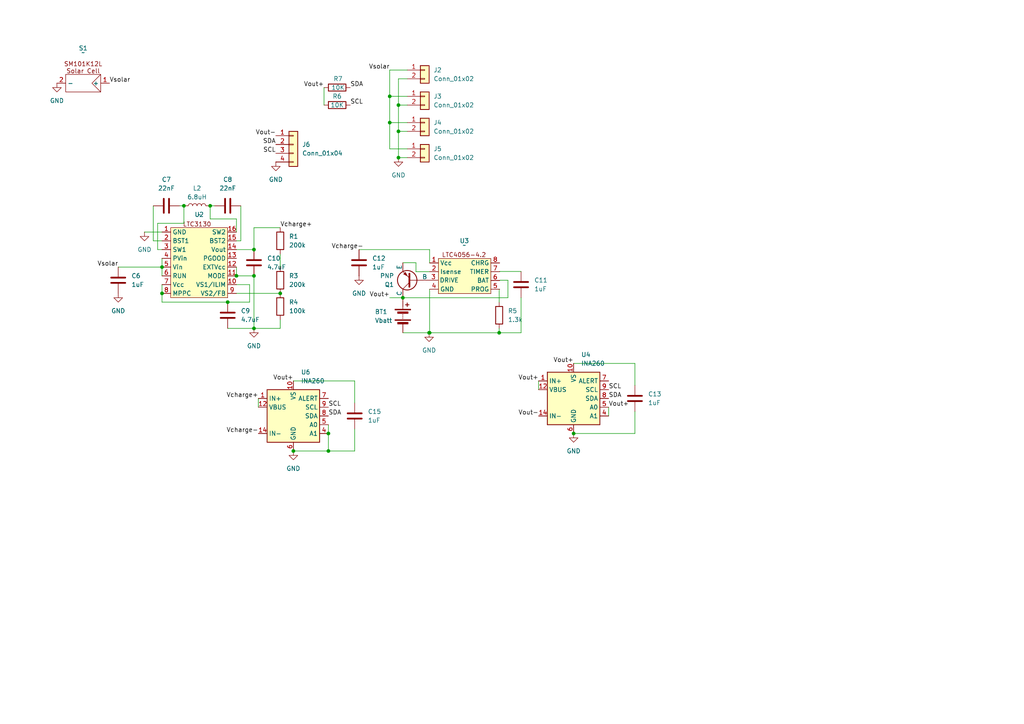
<source format=kicad_sch>
(kicad_sch (version 20231120) (generator "eeschema") (generator_version "8.0")
  (paper "A4")
  (lib_symbols
    (symbol "Connector_Generic:Conn_01x02" (pin_names (offset 1.016) hide)
      (property "Reference" "J" (at 0 2.54 0))
      (property "Value" "Conn_01x02" (at 0 -5.08 0))
      (symbol "Conn_01x02_1_1"
        (rectangle (start -1.27 -2.413) (end 0 -2.667) (stroke (width 0.1524)))
        (rectangle (start -1.27 0.127) (end 0 -0.127) (stroke (width 0.1524)))
        (rectangle (start -1.27 1.27) (end 1.27 -3.81) (stroke (width 0.254)) (fill (type background)))
        (pin passive line (at -5.08 0 0) (length 3.81) (name "Pin_1") (number "1"))
        (pin passive line (at -5.08 -2.54 0) (length 3.81) (name "Pin_2") (number "2"))
      )
    )
    (symbol "Connector_Generic:Conn_01x04" (pin_names (offset 1.016) hide)
      (property "Reference" "J" (at 0 5.08 0))
      (property "Value" "Conn_01x04" (at 0 -7.62 0))
      (symbol "Conn_01x04_1_1"
        (rectangle (start -1.27 -4.953) (end 0 -5.207) (stroke (width 0.1524)))
        (rectangle (start -1.27 -2.413) (end 0 -2.667) (stroke (width 0.1524)))
        (rectangle (start -1.27 0.127) (end 0 -0.127) (stroke (width 0.1524)))
        (rectangle (start -1.27 2.667) (end 0 2.413) (stroke (width 0.1524)))
        (rectangle (start -1.27 3.81) (end 1.27 -6.35) (stroke (width 0.254)) (fill (type background)))
        (pin passive line (at -5.08 2.54 0) (length 3.81) (name "Pin_1") (number "1"))
        (pin passive line (at -5.08 0 0) (length 3.81) (name "Pin_2") (number "2"))
        (pin passive line (at -5.08 -2.54 0) (length 3.81) (name "Pin_3") (number "3"))
        (pin passive line (at -5.08 -5.08 0) (length 3.81) (name "Pin_4") (number "4"))
      )
    )
    (symbol "Device:Battery" (pin_numbers hide) (pin_names (offset 0) hide)
      (property "Reference" "BT" (at 2.54 2.54 0))
      (property "Value" "Battery" (at 2.54 0 0))
      (symbol "Battery_0_1"
        (rectangle (start -2.286 -1.27) (end 2.286 -1.524) (fill (type outline)))
        (rectangle (start -2.286 1.778) (end 2.286 1.524) (fill (type outline)))
        (rectangle (start -1.524 -2.032) (end 1.524 -2.54) (fill (type outline)))
        (rectangle (start -1.524 1.016) (end 1.524 0.508) (fill (type outline)))
        (polyline (pts (xy 0 -1.016) (xy 0 -0.762)))
        (polyline (pts (xy 0 -0.508) (xy 0 -0.254)))
        (polyline (pts (xy 0 0) (xy 0 0.254)))
        (polyline (pts (xy 0 1.778) (xy 0 2.54)))
        (polyline (pts (xy 0.762 3.048) (xy 1.778 3.048)) (stroke (width 0.254)))
        (polyline (pts (xy 1.27 3.556) (xy 1.27 2.54)) (stroke (width 0.254)))
      )
      (symbol "Battery_1_1"
        (pin passive line (at 0 5.08 270) (length 2.54) (name "+") (number "1"))
        (pin passive line (at 0 -5.08 90) (length 2.54) (name "-") (number "2"))
      )
    )
    (symbol "Device:C" (pin_numbers hide) (pin_names (offset 0.254))
      (property "Reference" "C" (at 0.635 2.54 0))
      (property "Value" "C" (at 0.635 -2.54 0))
      (symbol "C_0_1"
        (polyline (pts (xy -2.032 -0.762) (xy 2.032 -0.762)) (stroke (width 0.508)))
        (polyline (pts (xy -2.032 0.762) (xy 2.032 0.762)) (stroke (width 0.508)))
      )
      (symbol "C_1_1"
        (pin passive line (at 0 3.81 270) (length 2.794) (name "~") (number "1"))
        (pin passive line (at 0 -3.81 90) (length 2.794) (name "~") (number "2"))
      )
    )
    (symbol "Device:L" (pin_numbers hide) (pin_names (offset 1.016) hide)
      (property "Reference" "L" (at -1.27 0 90))
      (property "Value" "L" (at 1.905 0 90))
      (symbol "L_0_1"
        (arc (start 0 -2.54) (mid 0.6323 -1.905) (end 0 -1.27))
        (arc (start 0 -1.27) (mid 0.6323 -0.635) (end 0 0))
        (arc (start 0 0) (mid 0.6323 0.635) (end 0 1.27))
        (arc (start 0 1.27) (mid 0.6323 1.905) (end 0 2.54))
      )
      (symbol "L_1_1"
        (pin passive line (at 0 3.81 270) (length 1.27) (name "1") (number "1"))
        (pin passive line (at 0 -3.81 90) (length 1.27) (name "2") (number "2"))
      )
    )
    (symbol "Device:R" (pin_numbers hide) (pin_names (offset 0))
      (property "Reference" "R" (at 2.032 0 90))
      (property "Value" "R" (at 0 0 90))
      (symbol "R_0_1"
        (rectangle (start -1.016 -2.54) (end 1.016 2.54) (stroke (width 0.254)))
      )
      (symbol "R_1_1"
        (pin passive line (at 0 3.81 270) (length 1.27) (name "~") (number "1"))
        (pin passive line (at 0 -3.81 90) (length 1.27) (name "~") (number "2"))
      )
    )
    (symbol "LTC3130_1"
      (property "Reference" "U" (at 0 0 0))
      (symbol "LTC3130_1_1_1"
        (rectangle (start -7.62 10.16) (end 8.89 -10.16) (fill (type background)))
        (text "LTC3130" (at 0 11.176 0) (effects (font (size 1.27 1.27))))
        (pin input line (at -10.16 8.89 0) (length 2.54) (name "GND") (number "1"))
        (pin input line (at 11.43 -6.35 180) (length 2.54) (name "VS1/ILIM") (number "10"))
        (pin input line (at 11.43 -3.81 180) (length 2.54) (name "MODE") (number "11"))
        (pin input line (at 11.43 -1.27 180) (length 2.54) (name "EXTVcc") (number "12"))
        (pin input line (at 11.43 1.27 180) (length 2.54) (name "PGOOD") (number "13"))
        (pin input line (at 11.43 3.81 180) (length 2.54) (name "Vout") (number "14"))
        (pin input line (at 11.43 6.35 180) (length 2.54) (name "BST2") (number "15"))
        (pin input line (at 11.43 8.89 180) (length 2.54) (name "SW2") (number "16"))
        (pin input line (at -10.16 6.35 0) (length 2.54) (name "BST1") (number "2"))
        (pin input line (at -10.16 3.81 0) (length 2.54) (name "SW1") (number "3"))
        (pin input line (at -10.16 1.27 0) (length 2.54) (name "PVin") (number "4"))
        (pin input line (at -10.16 -1.27 0) (length 2.54) (name "Vin") (number "5"))
        (pin input line (at -10.16 -3.81 0) (length 2.54) (name "RUN") (number "6"))
        (pin input line (at -10.16 -6.35 0) (length 2.54) (name "Vcc") (number "7"))
        (pin input line (at -10.16 -8.89 0) (length 2.54) (name "MPPC") (number "8"))
        (pin input line (at 11.43 -8.89 180) (length 2.54) (name "VS2/FB") (number "9"))
      )
    )
    (symbol "Power_Components_Library:LTC4056"
      (property "Reference" "U" (at 0.1443 -0.3183 0))
      (symbol "LTC4056_1_1"
        (rectangle (start -7.4757 5.0157) (end 7.7643 -5.1443) (fill (type background)))
        (text "LTC4056-4.2\n" (at -0.0455 6.1028 0) (effects (font (size 1.27 1.27))))
        (pin input line (at -10.0157 3.7457 0) (length 2.54) (name "Vcc") (number "1"))
        (pin input line (at -10.0157 1.2057 0) (length 2.54) (name "Isense") (number "2"))
        (pin input line (at -10.16 -1.27 0) (length 2.54) (name "DRIVE") (number "3"))
        (pin input line (at -10.0157 -3.8743 0) (length 2.54) (name "GND") (number "4"))
        (pin input line (at 10.3043 -3.8743 180) (length 2.54) (name "PROG") (number "5"))
        (pin input line (at 10.3043 -1.3343 180) (length 2.54) (name "BAT") (number "6"))
        (pin input line (at 10.3043 1.2057 180) (length 2.54) (name "TIMER") (number "7"))
        (pin input line (at 10.3043 3.7457 180) (length 2.54) (name "CHRG") (number "8"))
      )
    )
    (symbol "Power_Components_Library:SM101K12L"
      (property "Reference" "S" (at 0 0 0))
      (symbol "SM101K12L_0_1"
        (polyline (pts (xy 5.08 2.54) (xy 2.54 0) (xy 5.08 -2.54)))
        (rectangle (start 5.08 2.54) (end -5.08 -2.54))
      )
      (symbol "SM101K12L_1_1"
        (text "SM101K12L\nSolar Cell\n" (at 0 4.572 0) (effects (font (size 1.27 1.27))))
        (pin passive line (at 7.62 0 180) (length 2.54) (name "+") (number "1"))
        (pin passive line (at -7.62 0 0) (length 2.54) (name "-") (number "2"))
      )
    )
    (symbol "Sensor:INA260"
      (property "Reference" "U" (at -6.35 8.89 0))
      (property "Value" "INA260" (at 2.54 8.89 0))
      (symbol "INA260_0_1"
        (rectangle (start -7.62 7.62) (end 7.62 -7.62) (stroke (width 0.254)) (fill (type background)))
      )
      (symbol "INA260_1_1"
        (pin passive line (at -10.16 5.08 0) (length 2.54) (name "IN+") (number "1"))
        (pin power_in line (at 0 10.16 270) (length 2.54) (name "VS") (number "10"))
        (pin passive line (at 0 -10.16 90) (length 2.54) hide (name "GND") (number "11"))
        (pin passive line (at -10.16 2.54 0) (length 2.54) (name "VBUS") (number "12"))
        (pin no_connect line (at 2.54 -7.62 90) (length 2.54) hide (name "NC") (number "13"))
        (pin passive line (at -10.16 -5.08 0) (length 2.54) (name "IN-") (number "14"))
        (pin passive line (at -10.16 -5.08 0) (length 2.54) hide (name "IN-") (number "15"))
        (pin passive line (at -10.16 -5.08 0) (length 2.54) hide (name "IN-") (number "16"))
        (pin passive line (at -10.16 5.08 0) (length 2.54) hide (name "IN+") (number "2"))
        (pin passive line (at -10.16 5.08 0) (length 2.54) hide (name "IN+") (number "3"))
        (pin input line (at 10.16 -5.08 180) (length 2.54) (name "A1") (number "4"))
        (pin input line (at 10.16 -2.54 180) (length 2.54) (name "A0") (number "5"))
        (pin power_in line (at 0 -10.16 90) (length 2.54) (name "GND") (number "6"))
        (pin open_collector line (at 10.16 5.08 180) (length 2.54) (name "ALERT") (number "7"))
        (pin bidirectional line (at 10.16 0 180) (length 2.54) (name "SDA") (number "8"))
        (pin input line (at 10.16 2.54 180) (length 2.54) (name "SCL") (number "9"))
      )
    )
    (symbol "Simulation_SPICE:PNP" (pin_numbers hide) (pin_names (offset 0))
      (property "Reference" "Q" (at -2.54 7.62 0))
      (property "Value" "PNP" (at -2.54 5.08 0))
      (symbol "PNP_0_1"
        (polyline (pts (xy -2.54 0) (xy 0.635 0)) (stroke (width 0.1524)))
        (polyline (pts (xy 0.635 0.635) (xy 2.54 2.54)))
        (polyline (pts (xy 0.635 -0.635) (xy 2.54 -2.54) (xy 2.54 -2.54)))
        (polyline (pts (xy 0.635 1.905) (xy 0.635 -1.905) (xy 0.635 -1.905)) (stroke (width 0.508)))
        (polyline (pts (xy 2.286 -1.778) (xy 1.778 -2.286) (xy 1.27 -1.27) (xy 2.286 -1.778) (xy 2.286 -1.778)) (fill (type outline)))
        (circle (center 1.27 0) (radius 2.8194) (stroke (width 0.254)))
      )
      (symbol "PNP_1_1"
        (pin open_collector line (at 2.54 5.08 270) (length 2.54) (name "C") (number "1"))
        (pin input line (at -5.08 0 0) (length 2.54) (name "B") (number "2"))
        (pin open_emitter line (at 2.54 -5.08 90) (length 2.54) (name "E") (number "3"))
      )
    )
    (symbol "power:GND" (power) (pin_numbers hide) (pin_names (offset 0) hide)
      (property "Value" "GND" (at 0 -3.81 0))
      (symbol "GND_0_1"
        (polyline (pts (xy 0 0) (xy 0 -1.27) (xy 1.27 -1.27) (xy 0 -2.54) (xy -1.27 -1.27) (xy 0 -1.27)))
      )
      (symbol "GND_1_1"
        (pin power_in line (at 0 0 270) (length 0) (name "~") (number "1"))
      )
    )
  )
  (junction (at 68.58 80.01))
  (junction (at 166.37 125.73))
  (junction (at 85.09 130.81))
  (junction (at 115.57 38.1))
  (junction (at 53.34 59.69))
  (junction (at 46.99 77.47))
  (junction (at 46.99 85.09))
  (junction (at 95.25 130.81))
  (junction (at 116.84 86.36))
  (junction (at 73.66 72.39))
  (junction (at 115.57 45.72))
  (junction (at 95.25 125.73))
  (junction (at 124.6043 96.52))
  (junction (at 115.57 30.48))
  (junction (at 113.03 35.56))
  (junction (at 73.66 80.01))
  (junction (at 124.46 96.52))
  (junction (at 81.28 85.09))
  (junction (at 60.96 59.69))
  (junction (at 113.03 27.94))
  (junction (at 144.78 96.52))
  (junction (at 73.66 95.25))
  (junction (at 66.04 87.63))
  (wire (pts (xy 68.58 72.39) (xy 73.66 72.39)))
  (wire (pts (xy 120.65 76.2) (xy 120.65 78.8043)))
  (wire (pts (xy 118.11 22.86) (xy 115.57 22.86)))
  (wire (pts (xy 34.29 77.47) (xy 46.99 77.47)))
  (wire (pts (xy 68.58 82.55) (xy 72.39 82.55)))
  (wire (pts (xy 115.57 38.1) (xy 115.57 45.72)))
  (wire (pts (xy 102.87 124.46) (xy 102.87 130.81)))
  (wire (pts (xy 102.87 110.49) (xy 102.87 116.84)))
  (wire (pts (xy 81.28 66.04) (xy 73.66 66.04)))
  (wire (pts (xy 147.32 81.28) (xy 144.9243 81.28)))
  (wire (pts (xy 184.15 125.73) (xy 166.37 125.73)))
  (wire (pts (xy 144.78 87.63) (xy 144.78 83.8843)))
  (wire (pts (xy 95.25 123.19) (xy 95.25 125.73)))
  (wire (pts (xy 68.58 63.5) (xy 68.58 67.31)))
  (wire (pts (xy 53.34 64.77) (xy 53.34 59.69)))
  (wire (pts (xy 113.03 35.56) (xy 113.03 27.94)))
  (wire (pts (xy 46.99 77.47) (xy 46.99 80.01)))
  (wire (pts (xy 74.93 115.57) (xy 74.93 118.11)))
  (wire (pts (xy 147.32 86.36) (xy 147.32 81.28)))
  (wire (pts (xy 166.37 105.41) (xy 184.15 105.41)))
  (wire (pts (xy 45.72 64.77) (xy 53.34 64.77)))
  (wire (pts (xy 46.99 85.09) (xy 46.99 87.63)))
  (wire (pts (xy 72.39 87.63) (xy 72.39 82.55)))
  (wire (pts (xy 60.96 63.5) (xy 68.58 63.5)))
  (wire (pts (xy 184.15 105.41) (xy 184.15 111.76)))
  (wire (pts (xy 120.65 78.8043) (xy 124.6043 78.8043)))
  (wire (pts (xy 115.57 45.72) (xy 118.11 45.72)))
  (wire (pts (xy 113.03 20.32) (xy 113.03 27.94)))
  (wire (pts (xy 113.03 86.36) (xy 116.84 86.36)))
  (wire (pts (xy 60.96 63.5) (xy 60.96 59.69)))
  (wire (pts (xy 156.21 110.49) (xy 156.21 113.03)))
  (wire (pts (xy 124.6043 72.39) (xy 124.6043 76.2643)))
  (wire (pts (xy 144.9243 81.28) (xy 144.9243 81.3443)))
  (wire (pts (xy 144.78 83.8843) (xy 144.9243 83.8843)))
  (wire (pts (xy 81.28 95.25) (xy 81.28 92.71)))
  (wire (pts (xy 68.58 77.47) (xy 68.58 80.01)))
  (wire (pts (xy 68.58 85.09) (xy 81.28 85.09)))
  (wire (pts (xy 46.99 72.39) (xy 45.72 72.39)))
  (wire (pts (xy 151.13 96.52) (xy 144.78 96.52)))
  (wire (pts (xy 118.11 20.32) (xy 113.03 20.32)))
  (wire (pts (xy 118.11 35.56) (xy 113.03 35.56)))
  (wire (pts (xy 115.57 38.1) (xy 118.11 38.1)))
  (wire (pts (xy 144.78 96.52) (xy 144.78 95.25)))
  (wire (pts (xy 44.45 69.85) (xy 44.45 59.69)))
  (wire (pts (xy 69.85 69.85) (xy 69.85 59.69)))
  (wire (pts (xy 85.09 110.49) (xy 102.87 110.49)))
  (wire (pts (xy 46.99 87.63) (xy 66.04 87.63)))
  (wire (pts (xy 95.25 130.81) (xy 85.09 130.81)))
  (wire (pts (xy 184.15 119.38) (xy 184.15 125.73)))
  (wire (pts (xy 176.53 118.11) (xy 176.53 120.65)))
  (wire (pts (xy 52.07 59.69) (xy 53.34 59.69)))
  (wire (pts (xy 66.04 87.63) (xy 72.39 87.63)))
  (wire (pts (xy 113.03 43.18) (xy 113.03 35.56)))
  (wire (pts (xy 116.84 86.36) (xy 147.32 86.36)))
  (wire (pts (xy 68.58 69.85) (xy 69.85 69.85)))
  (wire (pts (xy 73.66 95.25) (xy 81.28 95.25)))
  (wire (pts (xy 151.13 86.36) (xy 151.13 96.52)))
  (wire (pts (xy 46.99 69.85) (xy 44.45 69.85)))
  (wire (pts (xy 104.14 72.39) (xy 124.6043 72.39)))
  (wire (pts (xy 115.57 22.86) (xy 115.57 30.48)))
  (wire (pts (xy 45.72 72.39) (xy 45.72 64.77)))
  (wire (pts (xy 73.66 66.04) (xy 73.66 72.39)))
  (wire (pts (xy 60.96 59.69) (xy 62.23 59.69)))
  (wire (pts (xy 113.03 27.94) (xy 118.11 27.94)))
  (wire (pts (xy 93.98 25.4) (xy 93.98 30.48)))
  (wire (pts (xy 66.04 95.25) (xy 73.66 95.25)))
  (wire (pts (xy 73.66 80.01) (xy 68.58 80.01)))
  (wire (pts (xy 46.99 82.55) (xy 46.99 85.09)))
  (wire (pts (xy 124.6043 83.8843) (xy 124.6043 96.52)))
  (wire (pts (xy 124.46 96.52) (xy 124.6043 96.52)))
  (wire (pts (xy 102.87 130.81) (xy 95.25 130.81)))
  (wire (pts (xy 73.66 95.25) (xy 73.66 80.01)))
  (wire (pts (xy 41.91 67.31) (xy 46.99 67.31)))
  (wire (pts (xy 116.84 76.2) (xy 120.65 76.2)))
  (wire (pts (xy 115.57 30.48) (xy 118.11 30.48)))
  (wire (pts (xy 124.6043 96.52) (xy 144.78 96.52)))
  (wire (pts (xy 116.84 96.52) (xy 124.46 96.52)))
  (wire (pts (xy 118.11 43.18) (xy 113.03 43.18)))
  (wire (pts (xy 144.9243 78.74) (xy 144.9243 78.8043)))
  (wire (pts (xy 81.28 73.66) (xy 81.28 77.47)))
  (wire (pts (xy 115.57 30.48) (xy 115.57 38.1)))
  (wire (pts (xy 95.25 125.73) (xy 95.25 130.81)))
  (wire (pts (xy 46.99 74.93) (xy 46.99 77.47)))
  (wire (pts (xy 151.13 78.74) (xy 144.9243 78.74)))
  (label "Vout+" (at 113.03 86.36 180))
  (label "Vsolar" (at 113.03 20.32 180))
  (label "SDA" (at 176.53 115.57 0))
  (label "SDA" (at 101.6 25.4 0))
  (label "Vsolar" (at 31.75 24.13 0))
  (label "SCL" (at 176.53 113.03 0))
  (label "SDA" (at 80.01 41.91 180))
  (label "Vout+" (at 156.21 110.49 180))
  (label "SCL" (at 80.01 44.45 180))
  (label "Vcharge-" (at 74.93 125.73 180))
  (label "Vout+" (at 176.53 118.11 0))
  (label "Vout-" (at 156.21 120.65 180))
  (label "Vout+" (at 93.98 25.4 180))
  (label "Vout+" (at 166.37 105.41 180))
  (label "Vout+" (at 85.09 110.49 180))
  (label "SDA" (at 95.25 120.65 0))
  (label "Vout-" (at 80.01 39.37 180))
  (label "Vcharge+" (at 74.93 115.57 180))
  (label "Vcharge-" (at 105.41 72.39 180))
  (label "Vcharge+" (at 81.28 66.04 0))
  (label "SCL" (at 95.25 118.11 0))
  (label "Vsolar" (at 34.29 77.47 180))
  (label "SCL" (at 101.6 30.48 0))
  (symbol (lib_id "Device:C") (at 34.29 81.28 180) (unit 1)
    (property "Reference" "C6" (at 38.1 80.0099 0) (effects (justify right)))
    (property "Value" "1uF" (at 38.1 82.5499 0) (effects (justify right)))
    (property "Footprint" "Capacitor_SMD:C_0603_1608Metric" (effects (hide yes)))
    (property "Description" "Unpolarized capacitor" (effects (hide yes)))
    (property "MPN" "C59302" (effects (hide yes)))
  )
  (symbol (lib_id "Sensor:INA260") (at 166.37 115.57 0) (unit 1)
    (property "Reference" "U4" (at 168.5641 102.87 0) (effects (justify left)))
    (property "Value" "INA260" (at 168.5641 105.41 0) (effects (justify left)))
    (property "Footprint" "Package_SO:TSSOP-16_4.4x5mm_P0.65mm" (effects (hide yes)))
    (property "Datasheet" "http://www.ti.com/lit/ds/symlink/ina260.pdf" (effects (hide yes)))
    (property "Description" "Current/power/voltage monitor with Integrated 2mΩ Shunt Resistor, 2.7V - 5.5V, I2C, TSSOP-16" (effects (hide yes)))
    (property "MPN" "C2155885" (effects (hide yes)))
  )
  (symbol (lib_id "Device:C") (at 48.26 59.69 90) (unit 1)
    (property "Reference" "C7" (at 48.26 52.07 90))
    (property "Value" "22nF" (at 48.26 54.61 90))
    (property "Footprint" "Capacitor_SMD:C_0603_1608Metric" (effects (hide yes)))
    (property "Description" "Unpolarized capacitor" (effects (hide yes)))
    (property "MPN" "C77571" (effects (hide yes)))
  )
  (symbol (lib_id "Device:C") (at 66.04 59.69 90) (unit 1)
    (property "Reference" "C8" (at 66.04 52.07 90))
    (property "Value" "22nF" (at 66.04 54.61 90))
    (property "Footprint" "Capacitor_SMD:C_0603_1608Metric" (effects (hide yes)))
    (property "Description" "Unpolarized capacitor" (effects (hide yes)))
    (property "MPN" "C77571" (effects (hide yes)))
  )
  (symbol (lib_id "Sensor:INA260") (at 85.09 120.65 0) (unit 1)
    (property "Reference" "U6" (at 87.2841 107.95 0) (effects (justify left)))
    (property "Value" "INA260" (at 87.2841 110.49 0) (effects (justify left)))
    (property "Footprint" "Package_SO:TSSOP-16_4.4x5mm_P0.65mm" (effects (hide yes)))
    (property "Datasheet" "http://www.ti.com/lit/ds/symlink/ina260.pdf" (effects (hide yes)))
    (property "Description" "Current/power/voltage monitor with Integrated 2mΩ Shunt Resistor, 2.7V - 5.5V, I2C, TSSOP-16" (effects (hide yes)))
    (property "MPN" "C2155885" (effects (hide yes)))
  )
  (symbol (lib_id "Device:R") (at 81.28 69.85 0) (unit 1)
    (property "Reference" "R1" (at 83.82 68.5799 0) (effects (justify left)))
    (property "Value" "200k" (at 83.82 71.1199 0) (effects (justify left)))
    (property "Footprint" "Resistor_SMD:R_0402_1005Metric" (effects (hide yes)))
    (property "Description" "Resistor" (effects (hide yes)))
    (property "MPN" "C25764" (effects (hide yes)))
  )
  (symbol (lib_id "Device:R") (at 144.78 91.44 0) (unit 1)
    (property "Reference" "R5" (at 147.32 90.1699 0) (effects (justify left)))
    (property "Value" "1.3k" (at 147.32 92.7099 0) (effects (justify left)))
    (property "Footprint" "Resistor_SMD:R_0402_1005Metric" (effects (hide yes)))
    (property "Description" "Resistor" (effects (hide yes)))
    (property "MPN" "C25866" (effects (hide yes)))
  )
  (symbol (lib_id "Device:C") (at 102.87 120.65 0) (unit 1)
    (property "Reference" "C15" (at 106.68 119.3799 0) (effects (justify left)))
    (property "Value" "1uF" (at 106.68 121.9199 0) (effects (justify left)))
    (property "Footprint" "Capacitor_SMD:C_0603_1608Metric" (effects (hide yes)))
    (property "Description" "Unpolarized capacitor" (effects (hide yes)))
    (property "MPN" "C59302" (effects (hide yes)))
  )
  (symbol (lib_id "power:GND") (at 73.66 95.25 0) (unit 1)
    (property "Reference" "#PWR06" (effects (hide yes)))
    (property "Value" "GND" (at 73.66 100.33 0))
    (property "Description" "Power symbol creates a global label with name \"GND\" , ground" (effects (hide yes)))
  )
  (symbol (lib_id "Connector_Generic:Conn_01x02") (at 123.19 27.94 0) (unit 1)
    (property "Reference" "J3" (at 125.73 27.9399 0) (effects (justify left)))
    (property "Value" "Conn_01x02" (at 125.73 30.4799 0) (effects (justify left)))
    (property "Footprint" "Connector_Molex:Molex_PicoBlade_53398-0271_1x02-1MP_P1.25mm_Vertical" (effects (hide yes)))
    (property "Description" "Generic connector, single row, 01x02, script generated (kicad-library-utils/schlib/autogen/connector/)" (effects (hide yes)))
    (property "MPN" "C122410" (effects (hide yes)))
  )
  (symbol (lib_id "Device:C") (at 151.13 82.55 0) (unit 1)
    (property "Reference" "C11" (at 154.94 81.2799 0) (effects (justify left)))
    (property "Value" "1uF" (at 154.94 83.8199 0) (effects (justify left)))
    (property "Footprint" "Capacitor_SMD:C_0603_1608Metric" (effects (hide yes)))
    (property "Description" "Unpolarized capacitor" (effects (hide yes)))
    (property "MPN" "C59302" (effects (hide yes)))
  )
  (symbol (lib_id "Device:R") (at 97.79 25.4 90) (unit 1)
    (property "Reference" "R7" (at 98.044 22.86 90))
    (property "Value" "10K" (at 98.044 25.4 90))
    (property "Footprint" "Resistor_SMD:R_0402_1005Metric" (effects (hide yes)))
    (property "Description" "Resistor" (effects (hide yes)))
    (property "MPN" "C25531" (effects (hide yes)))
  )
  (symbol (lib_id "Connector_Generic:Conn_01x02") (at 123.19 43.18 0) (unit 1)
    (property "Reference" "J5" (at 125.73 43.1799 0) (effects (justify left)))
    (property "Value" "Conn_01x02" (at 125.73 45.7199 0) (effects (justify left)))
    (property "Footprint" "Connector_Molex:Molex_PicoBlade_53398-0271_1x02-1MP_P1.25mm_Vertical" (effects (hide yes)))
    (property "Description" "Generic connector, single row, 01x02, script generated (kicad-library-utils/schlib/autogen/connector/)" (effects (hide yes)))
    (property "MPN" "C122410" (effects (hide yes)))
  )
  (symbol (lib_id "power:GND") (at 85.09 130.81 0) (unit 1)
    (property "Reference" "#PWR013" (effects (hide yes)))
    (property "Value" "GND" (at 85.09 135.89 0))
    (property "Description" "Power symbol creates a global label with name \"GND\" , ground" (effects (hide yes)))
  )
  (symbol (lib_id "power:GND") (at 80.01 46.99 0) (unit 1)
    (property "Reference" "#PWR01" (effects (hide yes)))
    (property "Value" "GND" (at 80.01 52.07 0))
    (property "Description" "Power symbol creates a global label with name \"GND\" , ground" (effects (hide yes)))
  )
  (symbol (lib_id "Device:C") (at 104.14 76.2 0) (unit 1)
    (property "Reference" "C12" (at 107.95 74.9299 0) (effects (justify left)))
    (property "Value" "1uF" (at 107.95 77.4699 0) (effects (justify left)))
    (property "Footprint" "Capacitor_SMD:C_0603_1608Metric" (effects (hide yes)))
    (property "Description" "Unpolarized capacitor" (effects (hide yes)))
    (property "MPN" "C59302" (effects (hide yes)))
  )
  (symbol (lib_id "power:GND") (at 104.14 80.01 0) (unit 1)
    (property "Reference" "#PWR08" (effects (hide yes)))
    (property "Value" "GND" (at 104.14 85.09 0))
    (property "Description" "Power symbol creates a global label with name \"GND\" , ground" (effects (hide yes)))
  )
  (symbol (lib_id "Connector_Generic:Conn_01x04") (at 85.09 41.91 0) (unit 1)
    (property "Reference" "J6" (at 87.63 41.9099 0) (effects (justify left)))
    (property "Value" "Conn_01x04" (at 87.63 44.4499 0) (effects (justify left)))
    (property "Footprint" "Connector_Molex:Molex_PicoBlade_53398-0471_1x04-1MP_P1.25mm_Vertical" (effects (hide yes)))
    (property "Description" "Generic connector, single row, 01x04, script generated (kicad-library-utils/schlib/autogen/connector/)" (effects (hide yes)))
    (property "MPN" "C234195" (effects (hide yes)))
  )
  (symbol (lib_id "Device:C") (at 73.66 76.2 0) (unit 1)
    (property "Reference" "C10" (at 77.47 74.9299 0) (effects (justify left)))
    (property "Value" "4.7uF" (at 77.47 77.4699 0) (effects (justify left)))
    (property "Footprint" "Capacitor_SMD:C_0603_1608Metric" (effects (hide yes)))
    (property "Description" "Unpolarized capacitor" (effects (hide yes)))
    (property "MPN" "C69182" (effects (hide yes)))
  )
  (symbol (lib_id "power:GND") (at 166.37 125.73 0) (unit 1)
    (property "Reference" "#PWR011" (effects (hide yes)))
    (property "Value" "GND" (at 166.37 130.81 0))
    (property "Description" "Power symbol creates a global label with name \"GND\" , ground" (effects (hide yes)))
  )
  (symbol (lib_id "Power_Components_Library:SM101K12L") (at 24.13 24.13 0) (unit 1) (in_bom no)
    (property "Reference" "S1" (at 24.13 13.97 0))
    (property "Value" "~" (at 24.13 15.24 0))
    (property "Footprint" "Power_Footprints_Library:SM101K12L" (effects (hide yes)))
  )
  (symbol (lib_id "Device:C") (at 66.04 91.44 180) (unit 1)
    (property "Reference" "C9" (at 69.85 90.1699 0) (effects (justify right)))
    (property "Value" "4.7uF" (at 69.85 92.7099 0) (effects (justify right)))
    (property "Footprint" "Capacitor_SMD:C_0603_1608Metric" (effects (hide yes)))
    (property "Description" "Unpolarized capacitor" (effects (hide yes)))
    (property "MPN" "C69182" (effects (hide yes)))
  )
  (symbol (lib_id "power:GND") (at 115.57 45.72 0) (unit 1)
    (property "Reference" "#PWR014" (effects (hide yes)))
    (property "Value" "GND" (at 115.57 50.8 0))
    (property "Description" "Power symbol creates a global label with name \"GND\" , ground" (effects (hide yes)))
  )
  (symbol (lib_id "Power_Components_Library:LTC4056") (at 134.62 80.01 0) (unit 1)
    (property "Reference" "U3" (at 134.6921 69.85 0))
    (property "Value" "~" (at 134.6921 71.12 0))
    (property "Footprint" "Package_TO_SOT_SMD:TSOT-23-8_HandSoldering" (effects (hide yes)))
    (property "MPN" "C687184" (effects (hide yes)))
  )
  (symbol (lib_name "LTC3130_1") (lib_id "Power_Components_Library:LTC3130") (at 57.15 76.2 0) (unit 1)
    (property "Reference" "U2" (at 57.785 62.23 0))
    (property "Value" "~" (at 57.785 62.23 0))
    (property "Footprint" "Package_SO:MSOP-16-1EP_3x4.039mm_P0.5mm_EP1.651x2.845mm_ThermalVias" (effects (hide yes)))
    (property "MPN" "C684231" (effects (hide yes)))
  )
  (symbol (lib_id "Connector_Generic:Conn_01x02") (at 123.19 35.56 0) (unit 1)
    (property "Reference" "J4" (at 125.73 35.5599 0) (effects (justify left)))
    (property "Value" "Conn_01x02" (at 125.73 38.0999 0) (effects (justify left)))
    (property "Footprint" "Connector_Molex:Molex_PicoBlade_53398-0271_1x02-1MP_P1.25mm_Vertical" (effects (hide yes)))
    (property "Description" "Generic connector, single row, 01x02, script generated (kicad-library-utils/schlib/autogen/connector/)" (effects (hide yes)))
    (property "MPN" "C122410" (effects (hide yes)))
  )
  (symbol (lib_id "Device:R") (at 81.28 88.9 0) (unit 1)
    (property "Reference" "R4" (at 83.82 87.6299 0) (effects (justify left)))
    (property "Value" "100k" (at 83.82 90.1699 0) (effects (justify left)))
    (property "Footprint" "Resistor_SMD:R_0402_1005Metric" (effects (hide yes)))
    (property "Description" "Resistor" (effects (hide yes)))
    (property "MPN" "C25530" (effects (hide yes)))
  )
  (symbol (lib_id "Device:R") (at 97.79 30.48 90) (unit 1)
    (property "Reference" "R6" (at 97.79 27.94 90))
    (property "Value" "10K" (at 97.79 30.48 90))
    (property "Footprint" "Resistor_SMD:R_0402_1005Metric" (effects (hide yes)))
    (property "Description" "Resistor" (effects (hide yes)))
    (property "MPN" "C25531" (effects (hide yes)))
  )
  (symbol (lib_id "Device:L") (at 57.15 59.69 90) (unit 1)
    (property "Reference" "L2" (at 57.15 54.61 90))
    (property "Value" "6.8uH" (at 57.15 57.15 90))
    (property "Footprint" "Inductor_SMD:L_1206_3216Metric" (effects (hide yes)))
    (property "Description" "Inductor" (effects (hide yes)))
    (property "MPN" "C3223943" (effects (hide yes)))
  )
  (symbol (lib_id "Connector_Generic:Conn_01x02") (at 123.19 20.32 0) (unit 1)
    (property "Reference" "J2" (at 125.73 20.3199 0) (effects (justify left)))
    (property "Value" "Conn_01x02" (at 125.73 22.8599 0) (effects (justify left)))
    (property "Footprint" "Connector_Molex:Molex_PicoBlade_53398-0271_1x02-1MP_P1.25mm_Vertical" (effects (hide yes)))
    (property "Description" "Generic connector, single row, 01x02, script generated (kicad-library-utils/schlib/autogen/connector/)" (effects (hide yes)))
    (property "MPN" "C122410" (effects (hide yes)))
  )
  (symbol (lib_id "power:GND") (at 124.46 96.52 0) (unit 1)
    (property "Reference" "#PWR07" (effects (hide yes)))
    (property "Value" "GND" (at 124.46 101.6 0))
    (property "Description" "Power symbol creates a global label with name \"GND\" , ground" (effects (hide yes)))
  )
  (symbol (lib_id "Device:R") (at 81.28 81.28 0) (unit 1)
    (property "Reference" "R3" (at 83.82 80.0099 0) (effects (justify left)))
    (property "Value" "200k" (at 83.82 82.5499 0) (effects (justify left)))
    (property "Footprint" "Resistor_SMD:R_0402_1005Metric" (effects (hide yes)))
    (property "Description" "Resistor" (effects (hide yes)))
    (property "MPN" "C25764" (effects (hide yes)))
  )
  (symbol (lib_id "power:GND") (at 34.29 85.09 0) (unit 1)
    (property "Reference" "#PWR04" (effects (hide yes)))
    (property "Value" "GND" (at 34.29 90.17 0))
    (property "Description" "Power symbol creates a global label with name \"GND\" , ground" (effects (hide yes)))
  )
  (symbol (lib_id "power:GND") (at 16.51 24.13 0) (unit 1)
    (property "Reference" "#PWR09" (effects (hide yes)))
    (property "Value" "GND" (at 16.51 29.21 0))
    (property "Description" "Power symbol creates a global label with name \"GND\" , ground" (effects (hide yes)))
  )
  (symbol (lib_id "power:GND") (at 41.91 67.31 0) (unit 1)
    (property "Reference" "#PWR05" (effects (hide yes)))
    (property "Value" "GND" (at 41.91 72.39 0))
    (property "Description" "Power symbol creates a global label with name \"GND\" , ground" (effects (hide yes)))
  )
  (symbol (lib_id "Device:C") (at 184.15 115.57 0) (unit 1)
    (property "Reference" "C13" (at 187.96 114.2999 0) (effects (justify left)))
    (property "Value" "1uF" (at 187.96 116.8399 0) (effects (justify left)))
    (property "Footprint" "Capacitor_SMD:C_0603_1608Metric" (effects (hide yes)))
    (property "Description" "Unpolarized capacitor" (effects (hide yes)))
    (property "MPN" "C59302" (effects (hide yes)))
  )
  (symbol (lib_id "Device:Battery") (at 116.84 91.44 0) (unit 1)
    (property "Reference" "BT1" (at 108.712 90.424 0) (effects (justify left)))
    (property "Value" "Vbatt" (at 108.712 92.964 0) (effects (justify left)))
    (property "Footprint" "Connector_Molex:Molex_PicoBlade_53398-0271_1x02-1MP_P1.25mm_Vertical" (effects (hide yes)))
    (property "Description" "Multiple-cell battery" (effects (hide yes)))
    (property "MPN" "C122410" (effects (hide yes)))
  )
  (symbol (lib_id "Simulation_SPICE:PNP") (at 119.38 81.28 180) (unit 1)
    (property "Reference" "Q1" (at 114.3 82.5501 0) (effects (justify left)))
    (property "Value" "PNP" (at 114.3 80.0101 0) (effects (justify left)))
    (property "Footprint" "Package_TO_SOT_SMD:SOT-23" (effects (hide yes)))
    (property "Datasheet" "https://ngspice.sourceforge.io/docs/ngspice-html-manual/manual.xhtml#cha_BJTs" (effects (hide yes)))
    (property "Description" "Bipolar transistor symbol for simulation only, substrate tied to the emitter" (effects (hide yes)))
    (property "Sim.Device" "PNP" (effects (hide yes)))
    (property "Sim.Type" "GUMMELPOON" (effects (hide yes)))
    (property "Sim.Pins" "1=C 2=B 3=E" (effects (hide yes)))
    (property "MPN" "C2147" (effects (hide yes)))
  )
)
</source>
